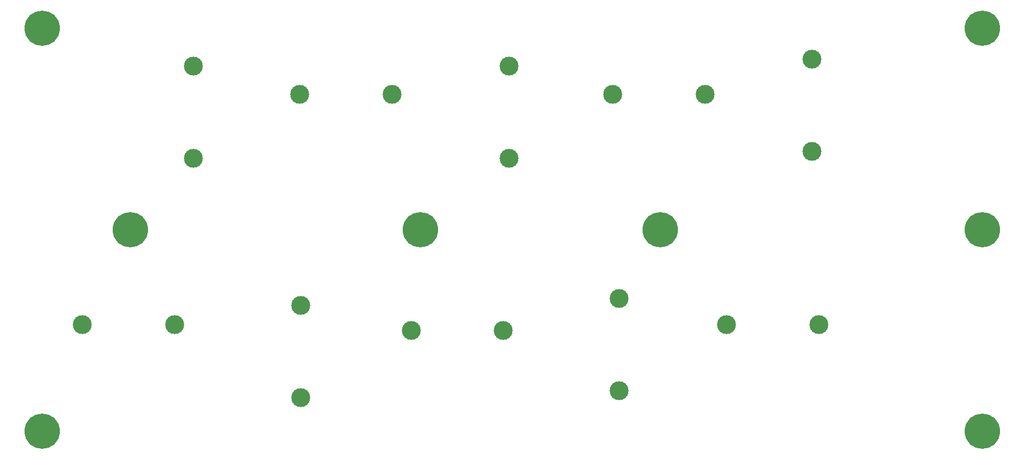
<source format=gbr>
%TF.GenerationSoftware,KiCad,Pcbnew,8.0.5-8.0.5-0~ubuntu24.04.1*%
%TF.CreationDate,2024-10-13T14:25:51+02:00*%
%TF.ProjectId,diplexer,6469706c-6578-4657-922e-6b696361645f,rev?*%
%TF.SameCoordinates,Original*%
%TF.FileFunction,Soldermask,Bot*%
%TF.FilePolarity,Negative*%
%FSLAX46Y46*%
G04 Gerber Fmt 4.6, Leading zero omitted, Abs format (unit mm)*
G04 Created by KiCad (PCBNEW 8.0.5-8.0.5-0~ubuntu24.04.1) date 2024-10-13 14:25:51*
%MOMM*%
%LPD*%
G01*
G04 APERTURE LIST*
%ADD10C,3.000000*%
%ADD11C,5.600000*%
G04 APERTURE END LIST*
D10*
%TO.C,L10*%
X42400000Y-80000000D03*
X57000000Y-80000000D03*
%TD*%
D11*
%TO.C,J5*%
X36000000Y-33000000D03*
%TD*%
D10*
%TO.C,L2*%
X76840000Y-43440000D03*
X91440000Y-43440000D03*
%TD*%
%TO.C,L4*%
X126487500Y-43440000D03*
X141087500Y-43440000D03*
%TD*%
%TO.C,L6*%
X144487500Y-80000000D03*
X159087500Y-80000000D03*
%TD*%
D11*
%TO.C,J7*%
X185000000Y-33000000D03*
%TD*%
D10*
%TO.C,L7*%
X127500000Y-75912500D03*
X127500000Y-90512500D03*
%TD*%
%TO.C,L9*%
X77000000Y-91600000D03*
X77000000Y-77000000D03*
%TD*%
D11*
%TO.C,J11*%
X185000000Y-65000000D03*
%TD*%
%TO.C,J10*%
X134000000Y-65000000D03*
%TD*%
%TO.C,J8*%
X50000000Y-65000000D03*
%TD*%
D10*
%TO.C,L8*%
X94487500Y-81000000D03*
X109087500Y-81000000D03*
%TD*%
%TO.C,L1*%
X60000000Y-53600000D03*
X60000000Y-39000000D03*
%TD*%
D11*
%TO.C,J6*%
X185000000Y-97000000D03*
%TD*%
D10*
%TO.C,L5*%
X158000000Y-52512500D03*
X158000000Y-37912500D03*
%TD*%
%TO.C,L3*%
X110000000Y-53600000D03*
X110000000Y-39000000D03*
%TD*%
D11*
%TO.C,J4*%
X36000000Y-97000000D03*
%TD*%
%TO.C,J9*%
X96000000Y-65000000D03*
%TD*%
M02*

</source>
